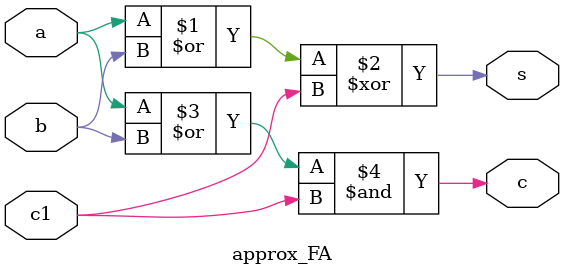
<source format=v>
`timescale 1ns / 1ps



module approx_FA(a,b,c1,s,c);
input a,b,c1;
output s,c;
assign s=(a|b)^c1;
assign c=(a|b)&c1;
endmodule


</source>
